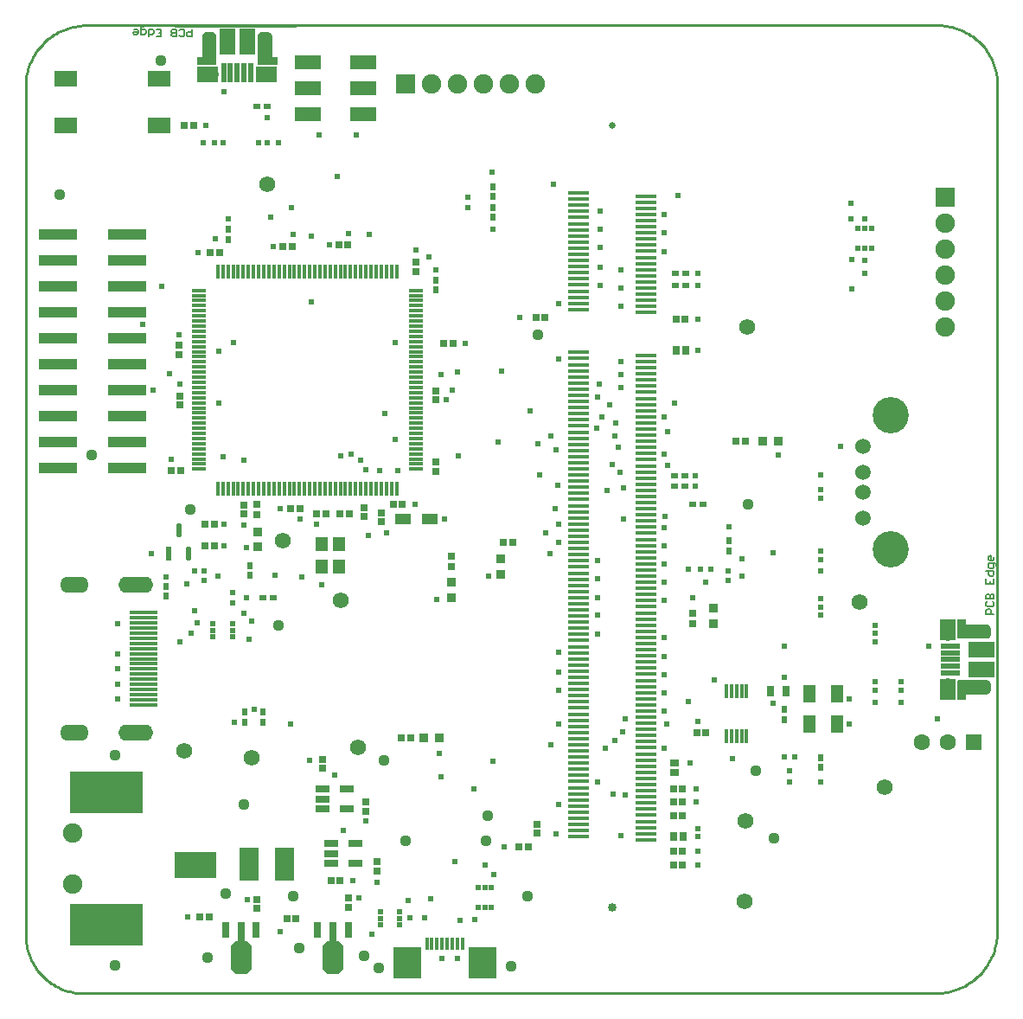
<source format=gts>
G04*
G04 #@! TF.GenerationSoftware,Altium Limited,Altium Designer,20.0.11 (256)*
G04*
G04 Layer_Color=8388736*
%FSLAX25Y25*%
%MOIN*%
G70*
G01*
G75*
%ADD11C,0.00591*%
%ADD15C,0.00394*%
%ADD16C,0.01000*%
%ADD18R,0.02368X0.02762*%
%ADD19R,0.02368X0.01975*%
%ADD20R,0.02762X0.02368*%
%ADD21R,0.02762X0.05912*%
%ADD22R,0.02762X0.07487*%
G04:AMPARAMS|DCode=23|XSize=78.8mil|YSize=129.98mil|CornerRadius=0mil|HoleSize=0mil|Usage=FLASHONLY|Rotation=0.000|XOffset=0mil|YOffset=0mil|HoleType=Round|Shape=Octagon|*
%AMOCTAGOND23*
4,1,8,-0.01970,0.06499,0.01970,0.06499,0.03940,0.04529,0.03940,-0.04529,0.01970,-0.06499,-0.01970,-0.06499,-0.03940,-0.04529,-0.03940,0.04529,-0.01970,0.06499,0.0*
%
%ADD23OCTAGOND23*%

%ADD24R,0.15164X0.04337*%
%ADD25R,0.01975X0.07290*%
%ADD26R,0.06010X0.10243*%
%ADD27R,0.10400X0.05400*%
%ADD28R,0.03156X0.02959*%
%ADD29R,0.03550X0.03550*%
%ADD30R,0.02959X0.03156*%
%ADD31R,0.02959X0.02841*%
%ADD32R,0.02841X0.02959*%
%ADD33R,0.02165X0.02362*%
%ADD34R,0.05518X0.03156*%
%ADD35R,0.04724X0.05512*%
%ADD36R,0.05912X0.04337*%
%ADD37R,0.01778X0.05715*%
%ADD38R,0.05715X0.01778*%
%ADD39R,0.08700X0.05900*%
%ADD40R,0.03550X0.03550*%
%ADD41R,0.02362X0.02165*%
%ADD42R,0.04731X0.07093*%
%ADD43R,0.27959X0.16148*%
%ADD44R,0.16148X0.10243*%
%ADD45R,0.01975X0.02368*%
%ADD46R,0.11030X0.12211*%
%ADD47R,0.01581X0.05124*%
%ADD48R,0.01975X0.02408*%
%ADD49R,0.08274X0.01778*%
%ADD50R,0.01181X0.05512*%
%ADD51R,0.02267X0.05540*%
G04:AMPARAMS|DCode=52|XSize=55.4mil|YSize=22.67mil|CornerRadius=11.34mil|HoleSize=0mil|Usage=FLASHONLY|Rotation=90.000|XOffset=0mil|YOffset=0mil|HoleType=Round|Shape=RoundedRectangle|*
%AMROUNDEDRECTD52*
21,1,0.05540,0.00000,0,0,90.0*
21,1,0.03273,0.02267,0,0,90.0*
1,1,0.02267,0.00000,0.01636*
1,1,0.02267,0.00000,-0.01636*
1,1,0.02267,0.00000,-0.01636*
1,1,0.02267,0.00000,0.01636*
%
%ADD52ROUNDEDRECTD52*%
%ADD53R,0.03156X0.03943*%
%ADD54R,0.02408X0.01975*%
%ADD55R,0.07290X0.01975*%
%ADD56R,0.10243X0.06010*%
%ADD57R,0.10636X0.01502*%
%ADD58R,0.03235X0.03117*%
%ADD59R,0.03117X0.03235*%
%ADD60R,0.07408X0.12802*%
%ADD61R,0.08274X0.06148*%
%ADD62R,0.06148X0.08274*%
%ADD63O,0.05124X0.07093*%
%ADD64O,0.04337X0.05912*%
%ADD65C,0.07487*%
%ADD66R,0.07487X0.07487*%
%ADD67C,0.06181*%
%ADD68C,0.03353*%
%ADD69C,0.02565*%
%ADD70C,0.06306*%
%ADD71R,0.06306X0.06306*%
%ADD72R,0.07487X0.07487*%
%ADD73O,0.07093X0.05124*%
%ADD74O,0.05912X0.04337*%
%ADD75C,0.05991*%
%ADD76C,0.13983*%
%ADD77O,0.11030X0.06306*%
%ADD78O,0.13392X0.06306*%
%ADD79C,0.02400*%
%ADD80C,0.04400*%
G36*
X71761Y370504D02*
X71765Y370504D01*
X71934Y370496D01*
X71945Y370495D01*
X71956Y370494D01*
X72120Y370468D01*
X72130Y370466D01*
X72140Y370464D01*
X72296Y370423D01*
X72306Y370419D01*
X72316Y370416D01*
X72470Y370357D01*
X72481Y370351D01*
X72492Y370347D01*
X72618Y370280D01*
X72621Y370278D01*
X72624Y370276D01*
X72747Y370205D01*
X72756Y370198D01*
X72767Y370192D01*
X72895Y370095D01*
X72905Y370086D01*
X72916Y370077D01*
X73020Y369973D01*
X73022Y369970D01*
X73025Y369968D01*
X73128Y369857D01*
X73136Y369846D01*
X73145Y369836D01*
X73228Y369718D01*
X73230Y369713D01*
X73233Y369709D01*
X73320Y369571D01*
X73326Y369559D01*
X73333Y369546D01*
X73396Y369404D01*
X73398Y369399D01*
X73401Y369393D01*
X73448Y369267D01*
X73450Y369260D01*
X73453Y369254D01*
X73472Y369187D01*
X73473Y369181D01*
X73475Y369176D01*
X73491Y369109D01*
X73491Y369106D01*
X73492Y369102D01*
X73508Y369024D01*
X73508Y369023D01*
X73508Y369022D01*
X73524Y368939D01*
X73526Y368925D01*
X73527Y368911D01*
X73532Y368824D01*
X73531Y368819D01*
X73532Y368815D01*
Y368728D01*
Y360658D01*
Y357902D01*
X73528Y357862D01*
X73516Y357825D01*
X73498Y357790D01*
X73473Y357759D01*
X73442Y357734D01*
X73408Y357716D01*
X73370Y357704D01*
X73331Y357701D01*
X66146D01*
X66106Y357704D01*
X66069Y357716D01*
X66034Y357734D01*
X66004Y357759D01*
X65979Y357790D01*
X65960Y357825D01*
X65949Y357862D01*
X65945Y357902D01*
Y360658D01*
X65949Y360697D01*
X65960Y360734D01*
X65979Y360769D01*
X66004Y360800D01*
X66034Y360825D01*
X66069Y360843D01*
X66106Y360855D01*
X66146Y360858D01*
X68012D01*
Y368728D01*
X68012Y368733D01*
X68012Y368739D01*
X68020Y368892D01*
X68021Y368898D01*
X68021Y368903D01*
X68036Y369053D01*
X68039Y369066D01*
X68041Y369080D01*
X68059Y369150D01*
X68060Y369155D01*
X68062Y369161D01*
X68083Y369232D01*
X68083Y369232D01*
X68127Y369374D01*
X68133Y369389D01*
X68139Y369405D01*
X68214Y369554D01*
X68218Y369561D01*
X68221Y369568D01*
X68304Y369706D01*
X68310Y369714D01*
X68316Y369723D01*
X68410Y369849D01*
X68415Y369854D01*
X68419Y369860D01*
X68521Y369978D01*
X68532Y369988D01*
X68541Y369998D01*
X68663Y370104D01*
X68669Y370108D01*
X68674Y370113D01*
X68804Y370211D01*
X68816Y370219D01*
X68828Y370227D01*
X68969Y370306D01*
X68974Y370308D01*
X68979Y370311D01*
X69125Y370381D01*
X69138Y370387D01*
X69152Y370392D01*
X69313Y370444D01*
X69325Y370446D01*
X69336Y370449D01*
X69458Y370473D01*
X69464Y370473D01*
X69469Y370475D01*
X69615Y370494D01*
X69623Y370495D01*
X69631Y370496D01*
X69777Y370504D01*
X69782Y370504D01*
X69787Y370504D01*
X71756D01*
X71761Y370504D01*
D02*
G37*
G36*
X93218Y370504D02*
X93223Y370504D01*
X93369Y370496D01*
X93377Y370495D01*
X93385Y370494D01*
X93531Y370475D01*
X93536Y370473D01*
X93542Y370473D01*
X93664Y370449D01*
X93675Y370446D01*
X93687Y370444D01*
X93848Y370392D01*
X93862Y370387D01*
X93875Y370381D01*
X94021Y370311D01*
X94026Y370308D01*
X94031Y370306D01*
X94172Y370227D01*
X94184Y370219D01*
X94196Y370211D01*
X94326Y370113D01*
X94331Y370108D01*
X94337Y370104D01*
X94459Y369998D01*
X94468Y369988D01*
X94479Y369978D01*
X94581Y369860D01*
X94585Y369854D01*
X94590Y369849D01*
X94684Y369723D01*
X94690Y369714D01*
X94696Y369706D01*
X94779Y369568D01*
X94782Y369561D01*
X94786Y369554D01*
X94861Y369405D01*
X94867Y369389D01*
X94873Y369374D01*
X94917Y369232D01*
X94917Y369232D01*
X94938Y369161D01*
X94940Y369155D01*
X94941Y369150D01*
X94959Y369080D01*
X94961Y369066D01*
X94964Y369053D01*
X94979Y368903D01*
X94979Y368898D01*
X94980Y368892D01*
X94988Y368739D01*
X94988Y368734D01*
X94988Y368728D01*
Y360858D01*
X96854D01*
X96894Y360855D01*
X96931Y360843D01*
X96966Y360825D01*
X96996Y360800D01*
X97021Y360769D01*
X97040Y360734D01*
X97051Y360697D01*
X97055Y360658D01*
Y357902D01*
X97051Y357862D01*
X97040Y357825D01*
X97021Y357790D01*
X96996Y357759D01*
X96966Y357734D01*
X96931Y357716D01*
X96894Y357704D01*
X96854Y357701D01*
X89669D01*
X89630Y357704D01*
X89592Y357716D01*
X89558Y357734D01*
X89527Y357759D01*
X89502Y357790D01*
X89484Y357825D01*
X89472Y357862D01*
X89468Y357902D01*
Y360658D01*
Y368728D01*
Y368815D01*
X89469Y368819D01*
X89468Y368824D01*
X89473Y368911D01*
X89474Y368925D01*
X89476Y368939D01*
X89492Y369022D01*
X89492Y369023D01*
X89492Y369024D01*
X89508Y369102D01*
X89509Y369106D01*
X89509Y369109D01*
X89525Y369176D01*
X89527Y369181D01*
X89528Y369187D01*
X89547Y369254D01*
X89550Y369260D01*
X89552Y369267D01*
X89599Y369393D01*
X89602Y369399D01*
X89604Y369405D01*
X89667Y369546D01*
X89674Y369559D01*
X89680Y369571D01*
X89767Y369709D01*
X89770Y369713D01*
X89772Y369718D01*
X89855Y369836D01*
X89864Y369846D01*
X89872Y369857D01*
X89975Y369968D01*
X89978Y369970D01*
X89980Y369973D01*
X90084Y370077D01*
X90095Y370086D01*
X90105Y370095D01*
X90233Y370192D01*
X90244Y370198D01*
X90253Y370205D01*
X90376Y370276D01*
X90379Y370278D01*
X90382Y370280D01*
X90508Y370347D01*
X90519Y370351D01*
X90530Y370357D01*
X90684Y370416D01*
X90694Y370419D01*
X90704Y370423D01*
X90860Y370464D01*
X90870Y370466D01*
X90880Y370468D01*
X91044Y370494D01*
X91055Y370495D01*
X91066Y370496D01*
X91235Y370504D01*
X91239Y370504D01*
X91244Y370504D01*
X93213D01*
X93218Y370504D01*
D02*
G37*
G36*
X370363Y120742D02*
X370367Y120742D01*
X370454Y120738D01*
X370468Y120736D01*
X370482Y120735D01*
X370565Y120719D01*
X370566Y120719D01*
X370567Y120719D01*
X370646Y120703D01*
X370649Y120702D01*
X370652Y120702D01*
X370719Y120686D01*
X370725Y120684D01*
X370730Y120683D01*
X370797Y120663D01*
X370804Y120660D01*
X370811Y120659D01*
X370937Y120611D01*
X370942Y120609D01*
X370948Y120607D01*
X371090Y120544D01*
X371102Y120537D01*
X371115Y120530D01*
X371253Y120444D01*
X371257Y120441D01*
X371261Y120438D01*
X371379Y120356D01*
X371390Y120347D01*
X371400Y120338D01*
X371511Y120236D01*
X371513Y120233D01*
X371516Y120231D01*
X371620Y120126D01*
X371629Y120115D01*
X371639Y120105D01*
X371735Y119977D01*
X371742Y119967D01*
X371749Y119957D01*
X371819Y119835D01*
X371821Y119832D01*
X371823Y119828D01*
X371890Y119703D01*
X371895Y119691D01*
X371900Y119680D01*
X371959Y119527D01*
X371962Y119517D01*
X371966Y119506D01*
X372007Y119351D01*
X372009Y119340D01*
X372012Y119330D01*
X372037Y119167D01*
X372038Y119156D01*
X372039Y119145D01*
X372047Y118976D01*
X372047Y118971D01*
X372047Y118966D01*
Y116998D01*
X372047Y116993D01*
X372047Y116987D01*
X372039Y116841D01*
X372038Y116833D01*
X372038Y116825D01*
X372018Y116680D01*
X372017Y116674D01*
X372016Y116668D01*
X371993Y116546D01*
X371989Y116535D01*
X371987Y116524D01*
X371936Y116363D01*
X371930Y116349D01*
X371925Y116335D01*
X371854Y116190D01*
X371851Y116185D01*
X371849Y116180D01*
X371770Y116038D01*
X371762Y116026D01*
X371755Y116015D01*
X371656Y115885D01*
X371652Y115879D01*
X371648Y115874D01*
X371541Y115752D01*
X371531Y115742D01*
X371521Y115732D01*
X371403Y115630D01*
X371397Y115626D01*
X371392Y115621D01*
X371266Y115526D01*
X371257Y115521D01*
X371249Y115515D01*
X371111Y115432D01*
X371104Y115429D01*
X371098Y115425D01*
X370948Y115350D01*
X370933Y115344D01*
X370917Y115337D01*
X370775Y115294D01*
X370775Y115294D01*
X370704Y115272D01*
X370699Y115271D01*
X370694Y115269D01*
X370623Y115252D01*
X370610Y115250D01*
X370596Y115247D01*
X370446Y115231D01*
X370441Y115231D01*
X370436Y115230D01*
X370282Y115223D01*
X370277Y115223D01*
X370272Y115222D01*
X362402D01*
Y113356D01*
X362398Y113317D01*
X362386Y113279D01*
X362368Y113245D01*
X362343Y113214D01*
X362312Y113189D01*
X362278Y113171D01*
X362240Y113159D01*
X362201Y113155D01*
X359445D01*
X359406Y113159D01*
X359368Y113171D01*
X359333Y113189D01*
X359303Y113214D01*
X359278Y113245D01*
X359259Y113279D01*
X359248Y113317D01*
X359244Y113356D01*
Y120541D01*
X359248Y120580D01*
X359259Y120618D01*
X359278Y120653D01*
X359303Y120683D01*
X359333Y120708D01*
X359368Y120727D01*
X359406Y120738D01*
X359445Y120742D01*
X370358D01*
X370363Y120742D01*
D02*
G37*
G36*
X362240Y144262D02*
X362278Y144251D01*
X362312Y144232D01*
X362343Y144207D01*
X362368Y144177D01*
X362386Y144142D01*
X362398Y144104D01*
X362402Y144065D01*
Y142199D01*
X370272D01*
X370277Y142199D01*
X370282Y142199D01*
X370436Y142191D01*
X370441Y142190D01*
X370446Y142190D01*
X370596Y142174D01*
X370610Y142172D01*
X370623Y142169D01*
X370694Y142152D01*
X370699Y142150D01*
X370704Y142149D01*
X370775Y142127D01*
X370775Y142127D01*
X370917Y142084D01*
X370933Y142078D01*
X370948Y142071D01*
X371098Y141997D01*
X371104Y141993D01*
X371111Y141989D01*
X371249Y141907D01*
X371257Y141900D01*
X371266Y141895D01*
X371392Y141800D01*
X371397Y141796D01*
X371403Y141792D01*
X371521Y141689D01*
X371531Y141679D01*
X371541Y141669D01*
X371648Y141547D01*
X371652Y141542D01*
X371656Y141537D01*
X371755Y141407D01*
X371762Y141395D01*
X371770Y141383D01*
X371849Y141241D01*
X371851Y141236D01*
X371854Y141232D01*
X371925Y141086D01*
X371930Y141072D01*
X371936Y141059D01*
X371987Y140897D01*
X371989Y140886D01*
X371993Y140875D01*
X372016Y140753D01*
X372017Y140747D01*
X372018Y140742D01*
X372038Y140596D01*
X372038Y140588D01*
X372039Y140580D01*
X372047Y140434D01*
X372047Y140429D01*
X372047Y140423D01*
Y138455D01*
X372047Y138450D01*
X372047Y138445D01*
X372039Y138276D01*
X372038Y138265D01*
X372037Y138254D01*
X372011Y138091D01*
X372009Y138081D01*
X372007Y138070D01*
X371966Y137915D01*
X371962Y137905D01*
X371959Y137894D01*
X371900Y137741D01*
X371895Y137730D01*
X371890Y137719D01*
X371823Y137593D01*
X371821Y137590D01*
X371819Y137586D01*
X371749Y137464D01*
X371742Y137454D01*
X371735Y137444D01*
X371639Y137316D01*
X371629Y137306D01*
X371620Y137295D01*
X371516Y137191D01*
X371513Y137188D01*
X371511Y137185D01*
X371400Y137083D01*
X371390Y137075D01*
X371379Y137066D01*
X371261Y136983D01*
X371257Y136980D01*
X371253Y136978D01*
X371115Y136891D01*
X371102Y136884D01*
X371090Y136877D01*
X370948Y136814D01*
X370942Y136812D01*
X370937Y136810D01*
X370811Y136763D01*
X370804Y136761D01*
X370797Y136758D01*
X370730Y136738D01*
X370725Y136737D01*
X370719Y136735D01*
X370652Y136720D01*
X370649Y136719D01*
X370646Y136718D01*
X370567Y136703D01*
X370566Y136702D01*
X370565Y136702D01*
X370482Y136686D01*
X370468Y136685D01*
X370454Y136683D01*
X370367Y136679D01*
X370363Y136679D01*
X370358Y136679D01*
X359445D01*
X359406Y136683D01*
X359368Y136694D01*
X359333Y136713D01*
X359303Y136738D01*
X359278Y136768D01*
X359259Y136803D01*
X359248Y136841D01*
X359244Y136880D01*
Y144065D01*
X359248Y144104D01*
X359259Y144142D01*
X359278Y144177D01*
X359303Y144207D01*
X359333Y144232D01*
X359368Y144251D01*
X359406Y144262D01*
X359445Y144266D01*
X362201D01*
X362240Y144262D01*
D02*
G37*
D11*
X64079Y371642D02*
Y368690D01*
X62603D01*
X62111Y369182D01*
Y370166D01*
X62603Y370658D01*
X64079D01*
X59159Y369182D02*
X59651Y368690D01*
X60635D01*
X61127Y369182D01*
Y371150D01*
X60635Y371642D01*
X59651D01*
X59159Y371150D01*
X58175Y368690D02*
Y371642D01*
X56699D01*
X56207Y371150D01*
Y370658D01*
X56699Y370166D01*
X58175D01*
X56699D01*
X56207Y369674D01*
Y369182D01*
X56699Y368690D01*
X58175D01*
X50304D02*
X52271D01*
Y371642D01*
X50304D01*
X52271Y370166D02*
X51288D01*
X47352Y368690D02*
Y371642D01*
X48828D01*
X49320Y371150D01*
Y370166D01*
X48828Y369674D01*
X47352D01*
X45384Y372626D02*
X44892D01*
X44400Y372134D01*
Y369674D01*
X45876D01*
X46368Y370166D01*
Y371150D01*
X45876Y371642D01*
X44400D01*
X41940D02*
X42924D01*
X43416Y371150D01*
Y370166D01*
X42924Y369674D01*
X41940D01*
X41448Y370166D01*
Y370658D01*
X43416D01*
X373185Y146132D02*
X370233D01*
Y147608D01*
X370725Y148100D01*
X371709D01*
X372201Y147608D01*
Y146132D01*
X370725Y151052D02*
X370233Y150560D01*
Y149576D01*
X370725Y149084D01*
X372693D01*
X373185Y149576D01*
Y150560D01*
X372693Y151052D01*
X370233Y152035D02*
X373185D01*
Y153511D01*
X372693Y154003D01*
X372201D01*
X371709Y153511D01*
Y152035D01*
Y153511D01*
X371217Y154003D01*
X370725D01*
X370233Y153511D01*
Y152035D01*
Y159907D02*
Y157939D01*
X373185D01*
Y159907D01*
X371709Y157939D02*
Y158923D01*
X370233Y162859D02*
X373185D01*
Y161383D01*
X372693Y160891D01*
X371709D01*
X371217Y161383D01*
Y162859D01*
X374169Y164827D02*
Y165319D01*
X373677Y165811D01*
X371217D01*
Y164335D01*
X371709Y163843D01*
X372693D01*
X373185Y164335D01*
Y165811D01*
Y168271D02*
Y167287D01*
X372693Y166795D01*
X371709D01*
X371217Y167287D01*
Y168271D01*
X371709Y168762D01*
X372201D01*
Y166795D01*
D15*
X57386Y372665D02*
X104236D01*
X374209Y105974D02*
Y152825D01*
D16*
X0Y22500D02*
X22Y21504D01*
X88Y20511D01*
X198Y19521D01*
X352Y18537D01*
X550Y17561D01*
X790Y16594D01*
X1073Y15639D01*
X1398Y14698D01*
X1764Y13772D01*
X2171Y12863D01*
X2618Y11973D01*
X3104Y11104D01*
X3628Y10257D01*
X4189Y9434D01*
X4786Y8636D01*
X5417Y7866D01*
X6083Y7125D01*
X6780Y6414D01*
X7508Y5735D01*
X8265Y5088D01*
X9051Y4476D01*
X9862Y3899D01*
X10699Y3358D01*
X11559Y2855D01*
X12440Y2391D01*
X13340Y1966D01*
X14259Y1582D01*
X15194Y1238D01*
X16143Y937D01*
X17105Y678D01*
X18077Y461D01*
X19058Y288D01*
X20045Y159D01*
X21037Y73D01*
X22032Y31D01*
X374587Y350080D02*
X374566Y351071D01*
X374502Y352060D01*
X374395Y353045D01*
X374247Y354025D01*
X374056Y354997D01*
X373823Y355960D01*
X373549Y356913D01*
X373234Y357852D01*
X372879Y358778D01*
X372485Y359687D01*
X372052Y360578D01*
X371581Y361450D01*
X371072Y362300D01*
X370528Y363128D01*
X369948Y363932D01*
X369335Y364710D01*
X368688Y365461D01*
X368010Y366183D01*
X367301Y366876D01*
X366563Y367537D01*
X365797Y368166D01*
X365005Y368761D01*
X364188Y369321D01*
X363347Y369846D01*
X362485Y370335D01*
X361602Y370785D01*
X360701Y371197D01*
X359783Y371570D01*
X358850Y371903D01*
X357903Y372196D01*
X356944Y372447D01*
X355976Y372657D01*
X354999Y372825D01*
X354016Y372951D01*
X353029Y373034D01*
X352039Y373075D01*
X350500Y31D02*
X351505Y52D01*
X352508Y116D01*
X353507Y221D01*
X354501Y368D01*
X355488Y556D01*
X356467Y786D01*
X357435Y1056D01*
X358390Y1367D01*
X359332Y1718D01*
X360259Y2107D01*
X361168Y2536D01*
X362058Y3002D01*
X362928Y3505D01*
X363777Y4044D01*
X364602Y4617D01*
X365402Y5226D01*
X366176Y5867D01*
X366922Y6539D01*
X367640Y7243D01*
X368327Y7976D01*
X368983Y8738D01*
X369607Y9526D01*
X370197Y10339D01*
X370752Y11177D01*
X371272Y12037D01*
X371756Y12918D01*
X372201Y13818D01*
X372609Y14737D01*
X372978Y15672D01*
X373308Y16621D01*
X373597Y17583D01*
X373846Y18557D01*
X374054Y19541D01*
X374220Y20532D01*
X374345Y21529D01*
X374428Y22530D01*
X374469Y23535D01*
X24002Y373080D02*
X23014Y373080D01*
X22028Y373039D01*
X21044Y372957D01*
X20064Y372833D01*
X19091Y372669D01*
X18125Y372464D01*
X17168Y372219D01*
X16223Y371934D01*
X15291Y371610D01*
X14372Y371247D01*
X13470Y370846D01*
X12586Y370408D01*
X11720Y369932D01*
X10875Y369422D01*
X10052Y368876D01*
X9253Y368296D01*
X8479Y367683D01*
X7731Y367038D01*
X7011Y366363D01*
X6320Y365658D01*
X5658Y364925D01*
X5029Y364165D01*
X4431Y363379D01*
X3867Y362569D01*
X3337Y361735D01*
X2843Y360881D01*
X2384Y360006D01*
X1963Y359113D01*
X1580Y358204D01*
X1235Y357278D01*
X929Y356340D01*
X662Y355389D01*
X436Y354428D01*
X250Y353458D01*
X104Y352482D01*
X0Y351500D01*
X24002Y373080D02*
X352039D01*
X374565Y23867D02*
Y33358D01*
X22032Y31D02*
X350500D01*
X374555Y33557D02*
X374555Y350138D01*
X0Y22500D02*
Y351500D01*
D18*
X54000Y156968D02*
D03*
Y153032D02*
D03*
X91500Y108468D02*
D03*
Y104532D02*
D03*
X84500Y108468D02*
D03*
Y104532D02*
D03*
X158000Y274969D02*
D03*
Y271031D02*
D03*
X78000Y294468D02*
D03*
Y290531D02*
D03*
X86500Y164969D02*
D03*
Y161031D02*
D03*
X180000Y310968D02*
D03*
Y307031D02*
D03*
X271000Y174469D02*
D03*
Y170531D02*
D03*
X306500Y87032D02*
D03*
Y90969D02*
D03*
X292441Y109357D02*
D03*
Y105420D02*
D03*
X180000Y299031D02*
D03*
Y302969D02*
D03*
D19*
X72260Y137441D02*
D03*
Y140000D02*
D03*
Y142559D02*
D03*
X79740D02*
D03*
Y140000D02*
D03*
Y137441D02*
D03*
X144240Y31559D02*
D03*
Y29000D02*
D03*
Y26441D02*
D03*
X136760D02*
D03*
Y29000D02*
D03*
Y31559D02*
D03*
D20*
X92968Y342000D02*
D03*
X89031D02*
D03*
X91531Y152500D02*
D03*
X95468D02*
D03*
X260968Y188500D02*
D03*
X257031D02*
D03*
X250031Y199500D02*
D03*
X253969D02*
D03*
X250031Y195500D02*
D03*
X253969D02*
D03*
X250532Y277500D02*
D03*
X254468D02*
D03*
X250532Y273000D02*
D03*
X254468D02*
D03*
D21*
X124311Y24500D02*
D03*
X112500D02*
D03*
X77095Y24480D02*
D03*
X88906D02*
D03*
D22*
X118405Y23713D02*
D03*
X83000Y23693D02*
D03*
D23*
X118405Y13870D02*
D03*
X83000Y13850D02*
D03*
D24*
X12500Y262500D02*
D03*
X39075D02*
D03*
X12500Y252500D02*
D03*
Y242500D02*
D03*
X39075Y252500D02*
D03*
Y242500D02*
D03*
X12500Y232500D02*
D03*
Y222500D02*
D03*
Y212500D02*
D03*
Y202500D02*
D03*
X39075Y232500D02*
D03*
Y222500D02*
D03*
Y212500D02*
D03*
Y202500D02*
D03*
Y272500D02*
D03*
Y282500D02*
D03*
Y292500D02*
D03*
X12500Y272500D02*
D03*
Y282500D02*
D03*
Y292500D02*
D03*
D25*
X81500Y354850D02*
D03*
X84059D02*
D03*
X86618D02*
D03*
X78941D02*
D03*
X76382D02*
D03*
D26*
X85289Y366957D02*
D03*
X77711D02*
D03*
D27*
X130248Y339000D02*
D03*
X108752D02*
D03*
X130248Y349000D02*
D03*
X108752D02*
D03*
X130248Y359000D02*
D03*
X108752D02*
D03*
D28*
X144630Y98500D02*
D03*
X148370D02*
D03*
X184130Y174000D02*
D03*
X187870D02*
D03*
X277370Y213000D02*
D03*
X273630D02*
D03*
D29*
X89500Y177952D02*
D03*
Y172047D02*
D03*
X183000Y167452D02*
D03*
Y161547D02*
D03*
X164000Y158452D02*
D03*
Y152547D02*
D03*
X265000Y142548D02*
D03*
Y148453D02*
D03*
D30*
X89000Y184630D02*
D03*
Y188370D02*
D03*
X164000Y164630D02*
D03*
Y168370D02*
D03*
X257000Y142630D02*
D03*
Y146370D02*
D03*
D31*
X124232Y288500D02*
D03*
X120768D02*
D03*
X102732Y288000D02*
D03*
X99268D02*
D03*
X70732Y29500D02*
D03*
X67268D02*
D03*
X104232Y29000D02*
D03*
X100768D02*
D03*
X117768Y43500D02*
D03*
X121232D02*
D03*
X164732Y250500D02*
D03*
X161268D02*
D03*
X74732Y285500D02*
D03*
X71268D02*
D03*
X56268Y201500D02*
D03*
X59732D02*
D03*
X115732Y185000D02*
D03*
X112268D02*
D03*
X121268D02*
D03*
X124732D02*
D03*
X145232Y188500D02*
D03*
X141768D02*
D03*
X61268Y334500D02*
D03*
X64732D02*
D03*
X105732Y187000D02*
D03*
X102268D02*
D03*
X69268Y172500D02*
D03*
X72732D02*
D03*
X69268Y181000D02*
D03*
X72732D02*
D03*
X262232Y100500D02*
D03*
X258768D02*
D03*
X253075Y79000D02*
D03*
X249610D02*
D03*
X253075Y68500D02*
D03*
X249610D02*
D03*
X253075Y74000D02*
D03*
X249610D02*
D03*
X190268Y56500D02*
D03*
X193732D02*
D03*
X254095Y260000D02*
D03*
X250630D02*
D03*
X196768Y260500D02*
D03*
X200232D02*
D03*
X253075Y49500D02*
D03*
X249610D02*
D03*
X253075Y55000D02*
D03*
X249610D02*
D03*
D32*
X150500Y281732D02*
D03*
Y278268D02*
D03*
X89000Y32768D02*
D03*
Y36232D02*
D03*
X124283Y33271D02*
D03*
Y36735D02*
D03*
X135500Y50732D02*
D03*
Y47268D02*
D03*
X131000Y73732D02*
D03*
Y70268D02*
D03*
X114500Y86768D02*
D03*
Y90232D02*
D03*
X130500Y183768D02*
D03*
Y187232D02*
D03*
X158000Y201268D02*
D03*
Y204732D02*
D03*
Y228768D02*
D03*
Y232232D02*
D03*
X59000Y249732D02*
D03*
Y246268D02*
D03*
X59500Y230232D02*
D03*
Y226768D02*
D03*
X137000Y181768D02*
D03*
Y185232D02*
D03*
X84000Y188232D02*
D03*
Y184768D02*
D03*
X197000Y61768D02*
D03*
Y65232D02*
D03*
D33*
X93173Y328000D02*
D03*
X89827D02*
D03*
X72827D02*
D03*
X76173D02*
D03*
D34*
X114276Y78740D02*
D03*
Y75000D02*
D03*
Y71260D02*
D03*
X123724D02*
D03*
Y78740D02*
D03*
X117776Y57740D02*
D03*
Y54000D02*
D03*
Y50260D02*
D03*
X127224D02*
D03*
Y57740D02*
D03*
D35*
X114154Y164669D02*
D03*
X120846D02*
D03*
Y173331D02*
D03*
X114154D02*
D03*
D36*
X155618Y183000D02*
D03*
X145382D02*
D03*
D37*
X74051Y194669D02*
D03*
X76020D02*
D03*
X77988D02*
D03*
X79957D02*
D03*
X81925D02*
D03*
X83894D02*
D03*
X85862D02*
D03*
X87831D02*
D03*
X89799D02*
D03*
X91768D02*
D03*
X93736D02*
D03*
X95705D02*
D03*
X97673D02*
D03*
X99642D02*
D03*
X101610D02*
D03*
X103579D02*
D03*
X105547D02*
D03*
X107516D02*
D03*
X109484D02*
D03*
X111453D02*
D03*
X113421D02*
D03*
X115390D02*
D03*
X117358D02*
D03*
X119327D02*
D03*
X121295D02*
D03*
X123264D02*
D03*
X125232D02*
D03*
X127201D02*
D03*
X129169D02*
D03*
X131138D02*
D03*
X133106D02*
D03*
X135075D02*
D03*
X137043D02*
D03*
X139012D02*
D03*
X140980D02*
D03*
X142949D02*
D03*
Y278331D02*
D03*
X140980D02*
D03*
X139012D02*
D03*
X137043D02*
D03*
X135075D02*
D03*
X133106D02*
D03*
X131138D02*
D03*
X129169D02*
D03*
X127201D02*
D03*
X125232D02*
D03*
X123264D02*
D03*
X121295D02*
D03*
X119327D02*
D03*
X117358D02*
D03*
X115390D02*
D03*
X113421D02*
D03*
X111453D02*
D03*
X109484D02*
D03*
X107516D02*
D03*
X105547D02*
D03*
X103579D02*
D03*
X101610D02*
D03*
X99642D02*
D03*
X97673D02*
D03*
X95705D02*
D03*
X93736D02*
D03*
X91768D02*
D03*
X89799D02*
D03*
X87831D02*
D03*
X85862D02*
D03*
X83894D02*
D03*
X81925D02*
D03*
X79957D02*
D03*
X77988D02*
D03*
X76020D02*
D03*
X74051D02*
D03*
D38*
X150331Y202051D02*
D03*
Y204020D02*
D03*
Y205988D02*
D03*
Y207957D02*
D03*
Y209925D02*
D03*
Y211894D02*
D03*
Y213862D02*
D03*
Y215831D02*
D03*
Y217799D02*
D03*
Y219768D02*
D03*
Y221736D02*
D03*
Y223705D02*
D03*
Y225673D02*
D03*
Y227642D02*
D03*
Y229610D02*
D03*
Y231579D02*
D03*
Y233547D02*
D03*
Y235516D02*
D03*
Y237484D02*
D03*
Y239453D02*
D03*
Y241421D02*
D03*
Y243390D02*
D03*
Y245358D02*
D03*
Y247327D02*
D03*
Y249295D02*
D03*
Y251264D02*
D03*
Y253232D02*
D03*
Y255201D02*
D03*
Y257169D02*
D03*
Y259138D02*
D03*
Y261106D02*
D03*
Y263075D02*
D03*
Y265043D02*
D03*
Y267012D02*
D03*
Y268980D02*
D03*
Y270949D02*
D03*
X66669D02*
D03*
Y268980D02*
D03*
Y267012D02*
D03*
Y265043D02*
D03*
Y263075D02*
D03*
Y261106D02*
D03*
Y259138D02*
D03*
Y257169D02*
D03*
Y255201D02*
D03*
Y253232D02*
D03*
Y251264D02*
D03*
Y249295D02*
D03*
Y247327D02*
D03*
Y245358D02*
D03*
Y243390D02*
D03*
Y241421D02*
D03*
Y239453D02*
D03*
Y237484D02*
D03*
Y235516D02*
D03*
Y233547D02*
D03*
Y231579D02*
D03*
Y229610D02*
D03*
Y227642D02*
D03*
Y225673D02*
D03*
Y223705D02*
D03*
Y221736D02*
D03*
Y219768D02*
D03*
Y217799D02*
D03*
Y215831D02*
D03*
Y213862D02*
D03*
Y211894D02*
D03*
Y209925D02*
D03*
Y207957D02*
D03*
Y205988D02*
D03*
Y204020D02*
D03*
Y202051D02*
D03*
D39*
X15550Y334650D02*
D03*
X51450D02*
D03*
X15550Y352350D02*
D03*
X51450D02*
D03*
D40*
X284048Y213000D02*
D03*
X289953D02*
D03*
X159453Y98500D02*
D03*
X153548D02*
D03*
D41*
X327587Y135502D02*
D03*
Y138848D02*
D03*
X306500Y194122D02*
D03*
Y190776D02*
D03*
Y167327D02*
D03*
Y170673D02*
D03*
X327500Y116827D02*
D03*
Y120173D02*
D03*
X306500Y148827D02*
D03*
Y152173D02*
D03*
X337500Y116827D02*
D03*
Y120173D02*
D03*
D42*
X312815Y115500D02*
D03*
X302185D02*
D03*
X312815Y104000D02*
D03*
X302185D02*
D03*
D43*
X31032Y26409D02*
D03*
Y77591D02*
D03*
D44*
X65480Y49638D02*
D03*
D45*
X179559Y33260D02*
D03*
X177000D02*
D03*
X174441D02*
D03*
Y40740D02*
D03*
X177000D02*
D03*
X179559D02*
D03*
X326059Y294740D02*
D03*
X323500D02*
D03*
X320941D02*
D03*
Y287260D02*
D03*
X323500D02*
D03*
X326059D02*
D03*
D46*
X175988Y11756D02*
D03*
X147012D02*
D03*
D47*
X162484Y19079D02*
D03*
X160516D02*
D03*
X158547D02*
D03*
X156579D02*
D03*
X154610D02*
D03*
X164453D02*
D03*
X166421D02*
D03*
X168390D02*
D03*
D48*
X294500Y85941D02*
D03*
X292531Y91059D02*
D03*
X296468D02*
D03*
X262000Y158441D02*
D03*
X260032Y163559D02*
D03*
X263968D02*
D03*
D49*
X213016Y60429D02*
D03*
X239000Y59248D02*
D03*
X213016Y62791D02*
D03*
X239000Y61610D02*
D03*
X213016Y65153D02*
D03*
X239000Y63972D02*
D03*
X213016Y67516D02*
D03*
X239000Y66335D02*
D03*
X213016Y69878D02*
D03*
X239000Y68697D02*
D03*
X213016Y72240D02*
D03*
X239000Y71059D02*
D03*
X213016Y74602D02*
D03*
X239000Y73421D02*
D03*
X213016Y76965D02*
D03*
X239000Y75783D02*
D03*
X213016Y79327D02*
D03*
X239000Y78146D02*
D03*
X213016Y81689D02*
D03*
X239000Y80508D02*
D03*
X213016Y84051D02*
D03*
X239000Y82870D02*
D03*
X213016Y86413D02*
D03*
X239000Y85232D02*
D03*
X213016Y88776D02*
D03*
X239000Y87594D02*
D03*
X213016Y91138D02*
D03*
X239000Y89957D02*
D03*
X213016Y93500D02*
D03*
X239000Y92319D02*
D03*
X213016Y95862D02*
D03*
X239000Y94681D02*
D03*
X213016Y98224D02*
D03*
X239000Y97043D02*
D03*
X213016Y100587D02*
D03*
X239000Y99405D02*
D03*
X213016Y102949D02*
D03*
X239000Y101768D02*
D03*
X213016Y105311D02*
D03*
X239000Y104130D02*
D03*
X213016Y107673D02*
D03*
X239000Y106492D02*
D03*
X213016Y110035D02*
D03*
X239000Y108854D02*
D03*
X213016Y112398D02*
D03*
X239000Y111216D02*
D03*
X213016Y114760D02*
D03*
X239000Y113579D02*
D03*
X213016Y117122D02*
D03*
X239000Y115941D02*
D03*
X213016Y119484D02*
D03*
X239000Y118303D02*
D03*
X213016Y121846D02*
D03*
X239000Y120665D02*
D03*
X213016Y124209D02*
D03*
X239000Y123028D02*
D03*
Y125390D02*
D03*
X213016Y126571D02*
D03*
X239000Y127752D02*
D03*
X213016Y128933D02*
D03*
X239000Y130114D02*
D03*
X213016Y131295D02*
D03*
X239000Y132476D02*
D03*
X213016Y133658D02*
D03*
X239000Y134839D02*
D03*
X213016Y136020D02*
D03*
X239000Y137201D02*
D03*
X213016Y138382D02*
D03*
X239000Y139563D02*
D03*
X213016Y140744D02*
D03*
X239000Y141925D02*
D03*
X213016Y143106D02*
D03*
X239000Y144287D02*
D03*
X213016Y145468D02*
D03*
X239000Y146650D02*
D03*
X213016Y147831D02*
D03*
X239000Y149012D02*
D03*
X213016Y150193D02*
D03*
X239000Y151374D02*
D03*
X213016Y152555D02*
D03*
X239000Y153736D02*
D03*
X213016Y154917D02*
D03*
X239000Y156098D02*
D03*
X213016Y157280D02*
D03*
X239000Y158461D02*
D03*
X213016Y159642D02*
D03*
X239000Y160823D02*
D03*
X213016Y162004D02*
D03*
X239000Y163185D02*
D03*
X213016Y164366D02*
D03*
X239000Y165547D02*
D03*
X213016Y166728D02*
D03*
X239000Y167909D02*
D03*
X213016Y169091D02*
D03*
X239000Y170272D02*
D03*
X213016Y171453D02*
D03*
X239000Y172634D02*
D03*
X213016Y173815D02*
D03*
X239000Y174996D02*
D03*
X213016Y176177D02*
D03*
X239000Y177358D02*
D03*
X213016Y178539D02*
D03*
X239000Y179720D02*
D03*
X213016Y180902D02*
D03*
X239000Y182083D02*
D03*
X213016Y183264D02*
D03*
X239000Y184445D02*
D03*
X213016Y185626D02*
D03*
X239000Y186807D02*
D03*
X213016Y187988D02*
D03*
X239000Y189169D02*
D03*
X213016Y190350D02*
D03*
X239000Y191532D02*
D03*
X213016Y192713D02*
D03*
X239000Y193894D02*
D03*
X213016Y195075D02*
D03*
X239000Y196256D02*
D03*
X213016Y197437D02*
D03*
X239000Y198618D02*
D03*
X213016Y199799D02*
D03*
X239000Y200980D02*
D03*
X213016Y202161D02*
D03*
X239000Y203343D02*
D03*
X213016Y204524D02*
D03*
X239000Y205705D02*
D03*
X213016Y206886D02*
D03*
X239000Y208067D02*
D03*
X213016Y209248D02*
D03*
X239000Y210429D02*
D03*
X213016Y211610D02*
D03*
X239000Y212791D02*
D03*
X213016Y213972D02*
D03*
X239000Y215154D02*
D03*
X213016Y216335D02*
D03*
X239000Y217516D02*
D03*
X213016Y218697D02*
D03*
X239000Y219878D02*
D03*
X213016Y221059D02*
D03*
X239000Y222240D02*
D03*
X213016Y223421D02*
D03*
X239000Y224602D02*
D03*
X213016Y225783D02*
D03*
X239000Y226965D02*
D03*
X213016Y228146D02*
D03*
X239000Y229327D02*
D03*
X213016Y230508D02*
D03*
X239000Y231689D02*
D03*
X213016Y232870D02*
D03*
X239000Y234051D02*
D03*
X213016Y235232D02*
D03*
X239000Y236413D02*
D03*
X213016Y237595D02*
D03*
X239000Y238776D02*
D03*
X213016Y239957D02*
D03*
X239000Y241138D02*
D03*
X213016Y242319D02*
D03*
X239000Y243500D02*
D03*
X213016Y244681D02*
D03*
X239000Y245862D02*
D03*
X213016Y247043D02*
D03*
X239000Y262398D02*
D03*
X213016Y263579D02*
D03*
X239000Y264760D02*
D03*
X213016Y265941D02*
D03*
X239000Y267122D02*
D03*
X213016Y268303D02*
D03*
X239000Y269484D02*
D03*
X213016Y270665D02*
D03*
X239000Y271847D02*
D03*
X213016Y273028D02*
D03*
X239000Y274209D02*
D03*
X213016Y275390D02*
D03*
X239000Y276571D02*
D03*
X213016Y277752D02*
D03*
X239000Y278933D02*
D03*
X213016Y280114D02*
D03*
X239000Y281295D02*
D03*
X213016Y282476D02*
D03*
X239000Y283658D02*
D03*
X213016Y284839D02*
D03*
X239000Y286020D02*
D03*
X213016Y287201D02*
D03*
X239000Y288382D02*
D03*
X213016Y289563D02*
D03*
X239000Y290744D02*
D03*
X213016Y291925D02*
D03*
X239000Y293106D02*
D03*
X213016Y294287D02*
D03*
X239000Y295468D02*
D03*
X213016Y296650D02*
D03*
X239000Y297831D02*
D03*
X213016Y299012D02*
D03*
X239000Y300193D02*
D03*
X213016Y301374D02*
D03*
X239000Y302555D02*
D03*
X213016Y303736D02*
D03*
X239000Y304917D02*
D03*
X213016Y306098D02*
D03*
X239000Y307279D02*
D03*
X213016Y308461D02*
D03*
D50*
X270063Y99339D02*
D03*
X272031D02*
D03*
X274000D02*
D03*
X275969D02*
D03*
X277937D02*
D03*
Y116661D02*
D03*
X275969D02*
D03*
X274000D02*
D03*
X272031D02*
D03*
X270063D02*
D03*
D51*
X55260Y169470D02*
D03*
D52*
X62740D02*
D03*
X59000Y178530D02*
D03*
D53*
X287228Y116558D02*
D03*
X293134D02*
D03*
D54*
X85059Y152500D02*
D03*
X79941Y150531D02*
D03*
Y154469D02*
D03*
X74059Y161000D02*
D03*
X68941Y159031D02*
D03*
Y162969D02*
D03*
X276059Y161000D02*
D03*
X270941Y159031D02*
D03*
Y162969D02*
D03*
D55*
X356394Y128711D02*
D03*
Y126152D02*
D03*
Y123592D02*
D03*
Y131270D02*
D03*
Y133829D02*
D03*
D56*
X368500Y124921D02*
D03*
Y132500D02*
D03*
D57*
X45465Y111284D02*
D03*
Y113252D02*
D03*
Y115220D02*
D03*
Y117189D02*
D03*
Y119158D02*
D03*
Y121126D02*
D03*
Y123094D02*
D03*
Y125063D02*
D03*
Y127032D02*
D03*
Y129000D02*
D03*
Y130968D02*
D03*
Y132937D02*
D03*
Y134906D02*
D03*
Y136874D02*
D03*
Y138842D02*
D03*
Y140811D02*
D03*
Y142780D02*
D03*
Y144748D02*
D03*
Y146716D02*
D03*
D58*
X250000Y85189D02*
D03*
Y88811D02*
D03*
D59*
X250709Y248000D02*
D03*
X254331D02*
D03*
X249689Y60500D02*
D03*
X253311D02*
D03*
D60*
X99791Y50000D02*
D03*
X86209D02*
D03*
D61*
X70083Y354043D02*
D03*
X92917D02*
D03*
D62*
X355587Y140128D02*
D03*
Y117293D02*
D03*
D63*
X70772Y365972D02*
D03*
X92228D02*
D03*
D64*
X71953Y354043D02*
D03*
X91047D02*
D03*
D65*
X166500Y350500D02*
D03*
X156500D02*
D03*
X176500D02*
D03*
X186500D02*
D03*
X196500D02*
D03*
X18236Y42158D02*
D03*
Y61843D02*
D03*
X354500Y257000D02*
D03*
Y267000D02*
D03*
Y277000D02*
D03*
Y297000D02*
D03*
Y287000D02*
D03*
D66*
X146500Y350500D02*
D03*
D67*
X93000Y312000D02*
D03*
X99000Y174500D02*
D03*
X121500Y151500D02*
D03*
X278000Y257000D02*
D03*
X61000Y93500D02*
D03*
X277500Y66500D02*
D03*
X128000Y95000D02*
D03*
X321500Y151000D02*
D03*
X87000Y91000D02*
D03*
X277000Y35500D02*
D03*
X331000Y79500D02*
D03*
D68*
X226008Y33067D02*
D03*
D69*
Y334642D02*
D03*
D70*
X345500Y97000D02*
D03*
X355500D02*
D03*
D71*
X365500D02*
D03*
D72*
X354500Y307000D02*
D03*
D73*
X367516Y139439D02*
D03*
Y117982D02*
D03*
D74*
X355587Y138258D02*
D03*
Y119163D02*
D03*
D75*
X322917Y200937D02*
D03*
Y193063D02*
D03*
Y210780D02*
D03*
Y183221D02*
D03*
D76*
X333587Y171134D02*
D03*
Y222866D02*
D03*
D77*
X18693Y100457D02*
D03*
Y157543D02*
D03*
D78*
X42315Y100457D02*
D03*
Y157543D02*
D03*
D79*
X102000Y104000D02*
D03*
X80500Y104500D02*
D03*
X88000Y109500D02*
D03*
X54000Y160500D02*
D03*
X65996Y143000D02*
D03*
X65000Y147500D02*
D03*
X63900Y138900D02*
D03*
X86000Y136500D02*
D03*
X276000Y167500D02*
D03*
X318500Y271500D02*
D03*
Y283000D02*
D03*
X323500Y277500D02*
D03*
Y282500D02*
D03*
X93000Y337500D02*
D03*
X87000Y143500D02*
D03*
X259000Y60500D02*
D03*
X306500Y146000D02*
D03*
Y163000D02*
D03*
X327500Y142000D02*
D03*
X205500Y104000D02*
D03*
X74500Y247500D02*
D03*
X84000Y205500D02*
D03*
X136500Y201500D02*
D03*
X105721Y182913D02*
D03*
X66500Y285500D02*
D03*
X220500Y81500D02*
D03*
X226500Y77000D02*
D03*
X98000Y187000D02*
D03*
X106500Y160500D02*
D03*
X85000Y172000D02*
D03*
X164500Y232500D02*
D03*
X142500Y251000D02*
D03*
X155500Y284000D02*
D03*
X117000Y288500D02*
D03*
X95500Y288000D02*
D03*
X76000Y207000D02*
D03*
X74500Y227500D02*
D03*
X142500Y213500D02*
D03*
X161500Y183000D02*
D03*
X143500Y201500D02*
D03*
X133500Y23000D02*
D03*
X122500Y63000D02*
D03*
X76500Y347500D02*
D03*
X62500Y29500D02*
D03*
X85503Y36232D02*
D03*
X98000Y24000D02*
D03*
X128500Y37000D02*
D03*
X126000Y43500D02*
D03*
X135500Y43000D02*
D03*
X131000Y66500D02*
D03*
X119125Y84039D02*
D03*
X109500Y90000D02*
D03*
X124500Y293000D02*
D03*
X103000Y292500D02*
D03*
X59000Y254000D02*
D03*
X59500Y235000D02*
D03*
X56000Y206000D02*
D03*
X114000Y157500D02*
D03*
X84000Y180500D02*
D03*
X112000Y181000D02*
D03*
X139000Y177500D02*
D03*
X150000Y188500D02*
D03*
X162000Y229000D02*
D03*
X169500Y250500D02*
D03*
X158000Y279000D02*
D03*
X150500Y286500D02*
D03*
X73000Y291000D02*
D03*
X78000Y298500D02*
D03*
X68500Y328000D02*
D03*
X69500Y334500D02*
D03*
X97500Y328000D02*
D03*
X127500Y331000D02*
D03*
X113000D02*
D03*
X120000Y315000D02*
D03*
X132000Y176500D02*
D03*
X159500Y92500D02*
D03*
X138500Y223500D02*
D03*
X132500Y292500D02*
D03*
X110000Y292000D02*
D03*
Y266500D02*
D03*
X121319Y207343D02*
D03*
X52500Y272500D02*
D03*
X80000Y251000D02*
D03*
X49000Y232500D02*
D03*
X55500Y239000D02*
D03*
X45000Y258000D02*
D03*
X102500Y303000D02*
D03*
X94552Y299334D02*
D03*
X170500Y303000D02*
D03*
Y307000D02*
D03*
X180000Y294500D02*
D03*
X179875Y316354D02*
D03*
X204500Y209500D02*
D03*
X131000Y202000D02*
D03*
X129000Y205500D02*
D03*
X125500Y208000D02*
D03*
X197500Y212000D02*
D03*
X183500Y240000D02*
D03*
X166500Y239500D02*
D03*
X160135Y238365D02*
D03*
X166625Y207115D02*
D03*
X182000Y212500D02*
D03*
X202500Y215000D02*
D03*
X194500Y224500D02*
D03*
X317500Y113500D02*
D03*
X327500Y112188D02*
D03*
X337500D02*
D03*
X259000Y63500D02*
D03*
X231000Y76500D02*
D03*
X229500Y61000D02*
D03*
X204500Y61500D02*
D03*
X258500Y79000D02*
D03*
X272500Y90500D02*
D03*
X227000Y97500D02*
D03*
X180000Y89500D02*
D03*
X247000Y104000D02*
D03*
X265500Y121000D02*
D03*
X59500Y135500D02*
D03*
X231000Y106000D02*
D03*
X65000Y163000D02*
D03*
X220500Y138500D02*
D03*
Y146000D02*
D03*
Y152500D02*
D03*
Y160000D02*
D03*
Y167000D02*
D03*
X204000Y187000D02*
D03*
X205000Y196000D02*
D03*
X246500Y184000D02*
D03*
X230500Y195000D02*
D03*
X247500Y203500D02*
D03*
X226000Y204000D02*
D03*
X247500Y216500D02*
D03*
X227000Y215000D02*
D03*
X220000Y218000D02*
D03*
X225000Y227000D02*
D03*
X220500Y230000D02*
D03*
X221000Y235000D02*
D03*
X250000Y227500D02*
D03*
X229500Y233500D02*
D03*
X229588Y243495D02*
D03*
X229433Y264751D02*
D03*
Y271760D02*
D03*
Y278900D02*
D03*
X221500Y273000D02*
D03*
Y280000D02*
D03*
Y287500D02*
D03*
Y294500D02*
D03*
Y301500D02*
D03*
X203500Y312000D02*
D03*
X287998Y111752D02*
D03*
X288000Y170000D02*
D03*
X256000Y89000D02*
D03*
X257000Y152500D02*
D03*
X255500Y112500D02*
D03*
X165500Y51000D02*
D03*
X160000Y83500D02*
D03*
X84000Y146500D02*
D03*
X48500Y169500D02*
D03*
X205500Y73000D02*
D03*
X184500Y56500D02*
D03*
X166500Y13500D02*
D03*
X160500D02*
D03*
X230500Y183000D02*
D03*
X202000Y169500D02*
D03*
X200500Y177500D02*
D03*
X224000Y194000D02*
D03*
X177000Y49500D02*
D03*
X180500Y46000D02*
D03*
X147500Y36000D02*
D03*
X148123Y29017D02*
D03*
X173000Y28500D02*
D03*
X153900Y29300D02*
D03*
X167463Y28323D02*
D03*
X156107Y36434D02*
D03*
X172638Y79000D02*
D03*
X306500Y200000D02*
D03*
X202500Y96000D02*
D03*
X223500Y94500D02*
D03*
X198000Y200000D02*
D03*
X229000Y201000D02*
D03*
X228500Y210500D02*
D03*
X227500Y220000D02*
D03*
X222270Y222174D02*
D03*
X229500Y238500D02*
D03*
X230000Y101000D02*
D03*
X35500Y130825D02*
D03*
Y125038D02*
D03*
Y119053D02*
D03*
Y113500D02*
D03*
X323500Y298500D02*
D03*
X318125Y298375D02*
D03*
X318000Y304500D02*
D03*
X62021Y157771D02*
D03*
X35500Y142500D02*
D03*
X96025Y161160D02*
D03*
X251500Y307500D02*
D03*
X351500Y106000D02*
D03*
X292500Y122000D02*
D03*
Y134000D02*
D03*
X76500Y172500D02*
D03*
Y181000D02*
D03*
X178500Y161000D02*
D03*
X158500Y152000D02*
D03*
X290000Y207500D02*
D03*
X246000Y300154D02*
D03*
Y293077D02*
D03*
Y286000D02*
D03*
X259000Y277500D02*
D03*
Y273000D02*
D03*
Y260000D02*
D03*
Y248000D02*
D03*
X205500Y266000D02*
D03*
X190500Y260500D02*
D03*
X246000Y222182D02*
D03*
Y208000D02*
D03*
Y179671D02*
D03*
Y172500D02*
D03*
Y165500D02*
D03*
Y158500D02*
D03*
Y151500D02*
D03*
X205500Y244500D02*
D03*
Y180790D02*
D03*
Y173825D02*
D03*
X246000Y137202D02*
D03*
Y130000D02*
D03*
X205500Y131500D02*
D03*
Y124000D02*
D03*
X246000Y123000D02*
D03*
Y116000D02*
D03*
X205500Y117000D02*
D03*
X246000Y108800D02*
D03*
Y94500D02*
D03*
X258000Y195500D02*
D03*
Y199500D02*
D03*
X314000Y211000D02*
D03*
X271000Y180000D02*
D03*
X255500Y163500D02*
D03*
X348000Y134000D02*
D03*
X317500Y104000D02*
D03*
X306500Y81500D02*
D03*
X294500D02*
D03*
X259000Y105000D02*
D03*
X258500Y74000D02*
D03*
X259000Y55000D02*
D03*
Y49500D02*
D03*
D80*
X187000Y10500D02*
D03*
X136000Y10000D02*
D03*
X25500Y207500D02*
D03*
X13000Y308000D02*
D03*
X52000Y359500D02*
D03*
X70000Y14000D02*
D03*
X130500Y14500D02*
D03*
X105500Y17500D02*
D03*
X77000Y38500D02*
D03*
X288500Y60000D02*
D03*
X278500Y188500D02*
D03*
X281500Y86000D02*
D03*
X197500Y254000D02*
D03*
X138000Y90000D02*
D03*
X193500Y37500D02*
D03*
X177500Y59000D02*
D03*
X178000Y68500D02*
D03*
X146500Y59000D02*
D03*
X97500Y142000D02*
D03*
X103000Y37500D02*
D03*
X63500Y186500D02*
D03*
X84000Y73000D02*
D03*
X34500Y11000D02*
D03*
Y92000D02*
D03*
M02*

</source>
